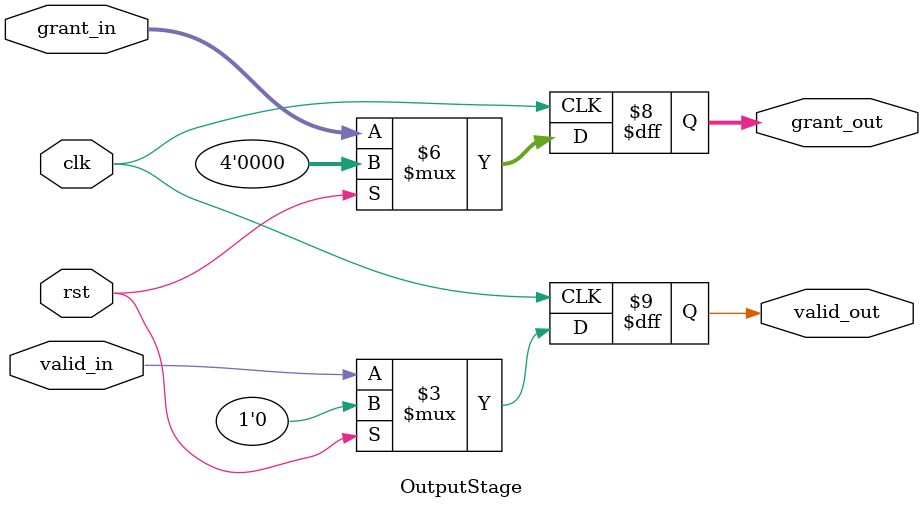
<source format=sv>
module RoundRobinArbiter #(parameter WIDTH=4) (
    input clk, rst,
    input [WIDTH-1:0] req,
    output [WIDTH-1:0] grant,
    output valid
);

    wire [WIDTH-1:0] pointer_stage1;
    wire [WIDTH-1:0] req_stage1;
    wire valid_stage1;
    
    wire [WIDTH-1:0] pointer_stage2;
    wire [WIDTH-1:0] req_stage2;
    wire valid_stage2;
    
    wire [WIDTH-1:0] pointer_stage3;
    wire [WIDTH-1:0] grant_stage3;
    wire valid_stage3;

    Stage1 #(.WIDTH(WIDTH)) stage1_inst (
        .clk(clk),
        .rst(rst),
        .pointer_in(pointer_stage3),
        .req_in(req),
        .pointer_out(pointer_stage1),
        .req_out(req_stage1),
        .valid_out(valid_stage1)
    );

    Stage2 #(.WIDTH(WIDTH)) stage2_inst (
        .clk(clk),
        .rst(rst),
        .pointer_in(pointer_stage1),
        .req_in(req_stage1),
        .valid_in(valid_stage1),
        .pointer_out(pointer_stage2),
        .req_out(req_stage2),
        .valid_out(valid_stage2)
    );

    Stage3 #(.WIDTH(WIDTH)) stage3_inst (
        .clk(clk),
        .rst(rst),
        .pointer_in(pointer_stage2),
        .req_in(req_stage2),
        .valid_in(valid_stage2),
        .pointer_out(pointer_stage3),
        .grant_out(grant_stage3),
        .valid_out(valid_stage3)
    );

    OutputStage #(.WIDTH(WIDTH)) output_inst (
        .clk(clk),
        .rst(rst),
        .grant_in(grant_stage3),
        .valid_in(valid_stage3),
        .grant_out(grant),
        .valid_out(valid)
    );

endmodule

module Stage1 #(parameter WIDTH=4) (
    input clk, rst,
    input [WIDTH-1:0] pointer_in,
    input [WIDTH-1:0] req_in,
    output reg [WIDTH-1:0] pointer_out,
    output reg [WIDTH-1:0] req_out,
    output reg valid_out
);

    wire [WIDTH-1:0] rotated_pointer;
    assign rotated_pointer = {pointer_in[WIDTH-2:0], pointer_in[WIDTH-1]};

    always @(posedge clk) begin
        if (rst) begin
            pointer_out <= 0;
            req_out <= 0;
            valid_out <= 0;
        end else begin
            pointer_out <= rotated_pointer;
            req_out <= req_in;
            valid_out <= 1'b1;
        end
    end

endmodule

module Stage2 #(parameter WIDTH=4) (
    input clk, rst,
    input [WIDTH-1:0] pointer_in,
    input [WIDTH-1:0] req_in,
    input valid_in,
    output reg [WIDTH-1:0] pointer_out,
    output reg [WIDTH-1:0] req_out,
    output reg valid_out
);

    always @(posedge clk) begin
        if (rst) begin
            pointer_out <= 0;
            req_out <= 0;
            valid_out <= 0;
        end else begin
            pointer_out <= pointer_in;
            req_out <= req_in;
            valid_out <= valid_in;
        end
    end

endmodule

module Stage3 #(parameter WIDTH=4) (
    input clk, rst,
    input [WIDTH-1:0] pointer_in,
    input [WIDTH-1:0] req_in,
    input valid_in,
    output reg [WIDTH-1:0] pointer_out,
    output reg [WIDTH-1:0] grant_out,
    output reg valid_out
);

    wire [WIDTH-1:0] grant_pre;
    assign grant_pre = req_in & pointer_in;

    always @(posedge clk) begin
        if (rst) begin
            pointer_out <= 0;
            grant_out <= 0;
            valid_out <= 0;
        end else begin
            pointer_out <= pointer_in;
            grant_out <= grant_pre;
            valid_out <= valid_in;
        end
    end

endmodule

module OutputStage #(parameter WIDTH=4) (
    input clk, rst,
    input [WIDTH-1:0] grant_in,
    input valid_in,
    output reg [WIDTH-1:0] grant_out,
    output reg valid_out
);

    always @(posedge clk) begin
        if (rst) begin
            grant_out <= 0;
            valid_out <= 0;
        end else begin
            grant_out <= grant_in;
            valid_out <= valid_in;
        end
    end

endmodule
</source>
